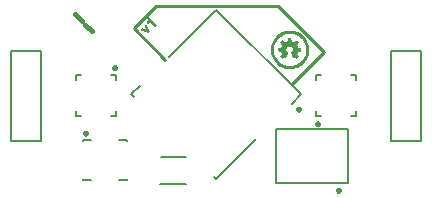
<source format=gto>
%FSTAX44Y44*%
%MOMM*%
%SFA1B1*%

%IPPOS*%
%ADD10C,0.220000*%
%ADD11C,0.250000*%
%ADD12C,0.200000*%
%ADD13C,0.253999*%
%ADD14C,0.399999*%
%LNpcb1-1*%
%LPD*%
G36*
X01171003Y00536433D02*
X0117107D01*
Y00536399*
Y00536366*
X01171104*
Y00536333*
Y00536299*
Y00536266*
Y00536233*
X01171137*
Y00536199*
Y00536166*
Y00536133*
Y00536099*
Y00536067*
Y00536033*
X0117117*
Y00535999*
Y00535966*
Y00535933*
Y00535899*
Y00535866*
X01171204*
Y00535833*
Y00535799*
Y00535766*
Y00535732*
Y00535699*
X01171237*
Y00535666*
Y00535633*
Y00535599*
Y00535566*
Y00535532*
Y00535499*
X0117127*
Y00535466*
Y00535433*
Y00535399*
Y00535366*
Y00535333*
X01171303*
Y00535299*
Y00535266*
Y00535232*
Y00535199*
Y00535166*
X01171337*
Y00535133*
Y00535099*
Y00535066*
Y00535032*
Y00534999*
Y00534966*
X0117137*
Y00534932*
Y00534899*
Y00534866*
Y00534832*
Y00534799*
X01171403*
Y00534766*
Y00534732*
Y00534699*
Y00534666*
Y00534632*
Y00534599*
X01171437*
Y00534566*
Y00534532*
Y00534499*
Y00534466*
Y00534432*
X0117147*
Y00534399*
Y00534366*
Y00534332*
Y00534299*
Y00534266*
X01171504*
Y00534232*
Y00534199*
Y00534166*
Y00534132*
Y00534099*
Y00534066*
X01171537*
Y00534032*
Y00533999*
Y00533966*
Y00533932*
Y00533899*
X0117157*
Y00533866*
Y00533832*
Y00533799*
X01171604*
Y00533766*
X01171637*
Y00533732*
X0117167*
Y00533699*
X0117177*
Y00533666*
X01171837*
Y00533632*
X01171904*
Y00533599*
X01172004*
Y00533566*
X0117207*
Y00533532*
X0117217*
Y00533499*
X01172237*
Y00533466*
X01172337*
Y00533432*
X01172404*
Y005334*
X01172504*
Y00533366*
X0117257*
Y00533332*
X01172637*
Y00533299*
X01172737*
Y00533266*
X01172804*
Y00533232*
X01172904*
Y00533199*
X0117297*
Y00533166*
X0117307*
Y00533132*
X01173137*
Y00533099*
X01173237*
Y00533065*
X01173304*
Y00533032*
X01173404*
Y00532999*
X0117347*
Y00533032*
X0117357*
Y00533065*
X01173604*
Y00533099*
X0117367*
Y00533132*
X01173704*
Y00533166*
X01173771*
Y00533199*
X01173804*
Y00533232*
X01173871*
Y00533266*
X01173904*
Y00533299*
X0117397*
Y00533332*
X01174004*
Y00533366*
X01174071*
Y005334*
X01174104*
Y00533432*
X01174137*
Y00533466*
X01174204*
Y00533499*
X01174237*
Y00533532*
X01174304*
Y00533566*
X01174337*
Y00533599*
X01174404*
Y00533632*
X01174437*
Y00533666*
X01174504*
Y00533699*
X01174537*
Y00533732*
X01174604*
Y00533766*
X01174637*
Y00533799*
X01174671*
Y00533832*
X01174737*
Y00533866*
X01174771*
Y00533899*
X01174837*
Y00533932*
X01174871*
Y00533966*
X01174937*
Y00533999*
X01174971*
Y00534032*
X01175037*
Y00534066*
X01175071*
Y00534099*
X01175137*
Y00534132*
X01175171*
Y00534166*
X01175204*
Y00534199*
X01175271*
Y00534232*
X01175304*
Y00534266*
X01175371*
Y00534299*
X01175404*
Y00534332*
X01175471*
Y00534366*
X01175504*
Y00534399*
X01175571*
Y00534432*
X01175604*
Y00534466*
X01175671*
Y00534499*
X01175771*
Y00534466*
X01175804*
Y00534432*
X01175871*
Y00534399*
X01175904*
Y00534366*
X01175937*
Y00534332*
X01175971*
Y00534299*
X01176004*
Y00534266*
X01176037*
Y00534232*
X01176071*
Y00534199*
X01176104*
Y00534166*
X01176137*
Y00534132*
X01176171*
Y00534099*
X01176204*
Y00534066*
X01176237*
Y00534032*
X01176271*
Y00533999*
X01176304*
Y00533966*
X01176338*
Y00533932*
X01176371*
Y00533899*
X01176404*
Y00533866*
X01176438*
Y00533832*
X01176471*
Y00533799*
X01176504*
Y00533766*
X01176537*
Y00533732*
X01176571*
Y00533699*
X01176604*
Y00533666*
X01176637*
Y00533632*
X01176671*
Y00533599*
X01176704*
Y00533566*
X01176738*
Y00533532*
X01176771*
Y00533499*
X01176804*
Y00533466*
X01176838*
Y00533432*
X01176871*
Y005334*
X01176904*
Y00533366*
X01176937*
Y00533332*
X01176971*
Y00533299*
X01177004*
Y00533266*
X01177037*
Y00533232*
X01177071*
Y00533199*
X01177104*
Y00533166*
X01177138*
Y00533132*
X01177171*
Y00533099*
X01177204*
Y00533065*
X01177238*
Y00533032*
X01177271*
Y00532999*
X01177304*
Y00532965*
X01177338*
Y00532932*
X01177371*
Y00532899*
X01177404*
Y00532866*
X01177438*
Y00532832*
X01177471*
Y00532799*
X01177504*
Y00532765*
X01177538*
Y00532732*
X01177571*
Y00532699*
Y00532666*
X01177604*
Y00532632*
Y00532599*
Y00532565*
Y00532532*
X01177571*
Y00532499*
Y00532466*
X01177538*
Y00532432*
X01177504*
Y00532399*
Y00532365*
X01177471*
Y00532332*
X01177438*
Y00532299*
X01177404*
Y00532265*
Y00532232*
X01177371*
Y00532199*
X01177338*
Y00532165*
Y00532132*
X01177304*
Y00532099*
X01177271*
Y00532065*
Y00532032*
X01177238*
Y00531999*
X01177204*
Y00531965*
Y00531932*
X01177171*
Y00531899*
X01177138*
Y00531865*
Y00531832*
X01177104*
Y00531799*
X01177071*
Y00531765*
X01177037*
Y00531732*
Y00531699*
X01177004*
Y00531665*
X01176971*
Y00531632*
Y00531599*
X01176937*
Y00531565*
X01176904*
Y00531532*
Y00531499*
X01176871*
Y00531465*
X01176838*
Y00531432*
Y00531399*
X01176804*
Y00531365*
X01176771*
Y00531332*
Y00531299*
X01176738*
Y00531265*
X01176704*
Y00531232*
Y00531199*
X01176671*
Y00531165*
X01176637*
Y00531132*
X01176604*
Y00531099*
Y00531065*
X01176571*
Y00531032*
X01176537*
Y00530999*
Y00530965*
X01176504*
Y00530932*
X01176471*
Y00530899*
Y00530865*
X01176438*
Y00530832*
X01176404*
Y00530799*
Y00530765*
X01176371*
Y00530733*
X01176338*
Y00530699*
Y00530665*
X01176304*
Y00530632*
X01176271*
Y00530599*
X01176237*
Y00530565*
Y00530532*
X01176204*
Y00530498*
X01176171*
Y00530465*
Y00530432*
Y00530399*
X01176137*
Y00530365*
X01176171*
Y00530332*
Y00530298*
Y00530265*
Y00530232*
X01176204*
Y00530199*
Y00530165*
X01176237*
Y00530132*
Y00530098*
Y00530065*
X01176271*
Y00530032*
Y00529999*
X01176304*
Y00529965*
Y00529932*
X01176338*
Y00529898*
Y00529865*
Y00529832*
X01176371*
Y00529798*
Y00529765*
X01176404*
Y00529732*
Y00529698*
X01176438*
Y00529665*
Y00529632*
Y00529598*
X01176471*
Y00529565*
Y00529532*
X01176504*
Y00529498*
Y00529465*
X01176537*
Y00529432*
Y00529398*
Y00529365*
X01176571*
Y00529332*
Y00529298*
X01176604*
Y00529265*
Y00529232*
X01176637*
Y00529198*
Y00529165*
Y00529132*
X01176671*
Y00529098*
Y00529065*
X01176704*
Y00529032*
Y00528998*
X01176738*
Y00528965*
Y00528932*
Y00528898*
X01176771*
Y00528865*
Y00528832*
X01176804*
Y00528798*
Y00528765*
X01176838*
Y00528732*
Y00528698*
Y00528665*
X01176871*
Y00528632*
Y00528598*
X01176904*
Y00528565*
Y00528532*
X01176937*
Y00528498*
X01176971*
Y00528465*
X01177004*
Y00528432*
X01177138*
Y00528398*
X01177304*
Y00528365*
X01177471*
Y00528332*
X01177671*
Y00528298*
X01177838*
Y00528265*
X01178004*
Y00528232*
X01178204*
Y00528198*
X01178371*
Y00528165*
X01178571*
Y00528132*
X01178738*
Y00528098*
X01178904*
Y00528066*
X01179105*
Y00528032*
X01179271*
Y00527998*
X01179438*
Y00527965*
X01179538*
Y00527932*
X01179571*
Y00527898*
Y00527865*
Y00527831*
Y00527798*
Y00527765*
Y00527732*
Y00527698*
Y00527665*
Y00527631*
Y00527598*
Y00527565*
Y00527532*
Y00527498*
Y00527465*
Y00527432*
Y00527398*
Y00527365*
Y00527331*
Y00527298*
Y00527265*
Y00527232*
Y00527198*
Y00527165*
Y00527131*
Y00527098*
Y00527065*
Y00527031*
Y00526998*
Y00526965*
Y00526931*
Y00526898*
Y00526865*
Y00526831*
Y00526798*
Y00526765*
Y00526731*
Y00526698*
Y00526665*
Y00526631*
Y00526598*
Y00526565*
Y00526531*
Y00526498*
Y00526465*
Y00526431*
Y00526398*
Y00526365*
Y00526331*
Y00526298*
Y00526265*
Y00526231*
Y00526198*
Y00526165*
Y00526131*
Y00526098*
Y00526065*
Y00526031*
Y00525998*
Y00525965*
Y00525931*
Y00525898*
Y00525865*
Y00525831*
Y00525798*
Y00525765*
Y00525731*
Y00525698*
Y00525665*
Y00525631*
Y00525598*
Y00525565*
Y00525531*
Y00525498*
Y00525465*
Y00525431*
Y00525399*
Y00525365*
Y00525331*
Y00525298*
X01179538*
Y00525265*
X01179504*
Y00525231*
X01179405*
Y00525198*
X01179238*
Y00525164*
X01179038*
Y00525131*
X01178871*
Y00525098*
X01178704*
Y00525064*
X01178504*
Y00525031*
X01178338*
Y00524998*
X01178171*
Y00524965*
X01177971*
Y00524931*
X01177804*
Y00524898*
X01177604*
Y00524864*
X01177438*
Y00524831*
X01177271*
Y00524798*
X01177104*
Y00524765*
X01177037*
Y00524731*
X01177004*
Y00524698*
X01176971*
Y00524664*
Y00524631*
X01176937*
Y00524598*
Y00524565*
Y00524531*
X01176904*
Y00524498*
Y00524464*
X01176871*
Y00524431*
Y00524398*
Y00524364*
X01176838*
Y00524331*
Y00524298*
X01176804*
Y00524264*
Y00524231*
Y00524198*
X01176771*
Y00524164*
Y00524131*
X01176738*
Y00524098*
Y00524064*
Y00524031*
X01176704*
Y00523998*
Y00523964*
X01176671*
Y00523931*
Y00523898*
Y00523864*
X01176637*
Y00523831*
Y00523798*
X01176604*
Y00523764*
Y00523731*
Y00523698*
X01176571*
Y00523664*
Y00523631*
X01176537*
Y00523598*
Y00523564*
Y00523531*
X01176504*
Y00523498*
Y00523464*
X01176471*
Y00523431*
Y00523398*
Y00523364*
X01176438*
Y00523331*
Y00523298*
X01176404*
Y00523264*
Y00523231*
Y00523198*
X01176371*
Y00523164*
Y00523131*
X01176338*
Y00523098*
Y00523064*
Y00523031*
X01176304*
Y00522998*
Y00522964*
X01176271*
Y00522931*
Y00522898*
Y00522864*
X01176237*
Y00522831*
Y00522798*
Y00522764*
Y00522732*
Y00522698*
Y00522664*
Y00522631*
X01176271*
Y00522598*
Y00522564*
X01176304*
Y00522531*
X01176338*
Y00522498*
Y00522464*
X01176371*
Y00522431*
X01176404*
Y00522397*
Y00522364*
X01176438*
Y00522331*
X01176471*
Y00522298*
X01176504*
Y00522264*
Y00522231*
X01176537*
Y00522197*
X01176571*
Y00522164*
Y00522131*
X01176604*
Y00522098*
X01176637*
Y00522064*
Y00522031*
X01176671*
Y00521997*
X01176704*
Y00521964*
Y00521931*
X01176738*
Y00521897*
X01176771*
Y00521864*
Y00521831*
X01176804*
Y00521798*
X01176838*
Y00521764*
Y00521731*
X01176871*
Y00521697*
X01176904*
Y00521664*
X01176937*
Y00521631*
Y00521597*
X01176971*
Y00521564*
X01177004*
Y00521531*
Y00521497*
X01177037*
Y00521464*
X01177071*
Y00521431*
Y00521397*
X01177104*
Y00521364*
X01177138*
Y00521331*
Y00521297*
X01177171*
Y00521264*
X01177204*
Y00521231*
Y00521197*
X01177238*
Y00521164*
X01177271*
Y00521131*
X01177304*
Y00521097*
Y00521064*
X01177338*
Y00521031*
X01177371*
Y00520997*
Y00520964*
X01177404*
Y00520931*
X01177438*
Y00520897*
Y00520864*
X01177471*
Y00520831*
X01177504*
Y00520797*
Y00520764*
X01177538*
Y00520731*
X01177571*
Y00520697*
Y00520664*
X01177604*
Y00520631*
Y00520597*
Y00520564*
Y00520531*
X01177571*
Y00520497*
X01177538*
Y00520464*
X01177504*
Y00520431*
X01177471*
Y00520397*
X01177438*
Y00520364*
X01177404*
Y00520331*
X01177371*
Y00520297*
X01177338*
Y00520264*
X01177304*
Y00520231*
X01177271*
Y00520197*
X01177238*
Y00520164*
X01177204*
Y00520131*
X01177171*
Y00520097*
X01177138*
Y00520065*
X01177104*
Y00520031*
X01177071*
Y00519997*
X01177037*
Y00519964*
X01177004*
Y00519931*
X01176971*
Y00519897*
X01176937*
Y00519864*
X01176904*
Y00519831*
X01176871*
Y00519797*
X01176838*
Y00519764*
X01176804*
Y0051973*
X01176771*
Y00519697*
X01176738*
Y00519664*
X01176704*
Y00519631*
X01176671*
Y00519597*
X01176637*
Y00519564*
X01176604*
Y00519531*
X01176571*
Y00519497*
X01176537*
Y00519464*
X01176504*
Y0051943*
X01176471*
Y00519397*
X01176438*
Y00519364*
X01176404*
Y00519331*
X01176371*
Y00519297*
X01176338*
Y00519264*
X01176304*
Y0051923*
X01176271*
Y00519197*
X01176237*
Y00519164*
X01176204*
Y00519131*
X01176171*
Y00519097*
X01176137*
Y00519064*
X01176104*
Y0051903*
X01176071*
Y00518997*
X01176037*
Y00518964*
X01176004*
Y0051893*
X01175971*
Y00518897*
X01175937*
Y00518864*
X01175904*
Y0051883*
X01175871*
Y00518797*
X01175837*
Y00518764*
X01175804*
Y0051873*
X01175737*
Y00518697*
X01175704*
Y0051873*
X01175604*
Y00518764*
X01175571*
Y00518797*
X01175537*
Y0051883*
X01175471*
Y00518864*
X01175437*
Y00518897*
X01175371*
Y0051893*
X01175337*
Y00518964*
X01175271*
Y00518997*
X01175237*
Y0051903*
X01175171*
Y00519064*
X01175137*
Y00519097*
X01175071*
Y00519131*
X01175037*
Y00519164*
X01174971*
Y00519197*
X01174937*
Y0051923*
X01174904*
Y00519264*
X01174837*
Y00519297*
X01174804*
Y00519331*
X01174737*
Y00519364*
X01174704*
Y00519397*
X01174637*
Y0051943*
X01174604*
Y00519464*
X01174537*
Y00519497*
X01174504*
Y00519531*
X01174437*
Y00519564*
X01174404*
Y00519597*
X0117437*
Y00519631*
X01174304*
Y00519664*
X0117427*
Y00519697*
X01174204*
Y0051973*
X01174171*
Y00519764*
X01174104*
Y00519797*
X01174071*
Y00519831*
X01174004*
Y00519864*
X0117397*
Y00519897*
X01173904*
Y00519931*
X01173871*
Y00519964*
X01173837*
Y00519997*
X01173771*
Y00520031*
X01173737*
Y00520065*
X01173537*
Y00520031*
X0117347*
Y00519997*
X01173404*
Y00519964*
X01173337*
Y00519931*
X0117327*
Y00519897*
X01173204*
Y00519864*
X01173137*
Y00519831*
X01173104*
Y00519797*
X01173037*
Y00519764*
X0117297*
Y0051973*
X01172904*
Y00519697*
X01172837*
Y00519664*
X0117277*
Y00519631*
X01172704*
Y00519597*
X0117257*
Y00519631*
Y00519664*
X01172537*
Y00519697*
Y0051973*
X01172504*
Y00519764*
Y00519797*
Y00519831*
X0117247*
Y00519864*
Y00519897*
X01172437*
Y00519931*
Y00519964*
X01172404*
Y00519997*
Y00520031*
Y00520065*
X0117237*
Y00520097*
Y00520131*
X01172337*
Y00520164*
Y00520197*
Y00520231*
X01172304*
Y00520264*
Y00520297*
X0117227*
Y00520331*
Y00520364*
X01172237*
Y00520397*
Y00520431*
Y00520464*
X01172204*
Y00520497*
Y00520531*
X0117217*
Y00520564*
Y00520597*
Y00520631*
X01172137*
Y00520664*
Y00520697*
X01172104*
Y00520731*
Y00520764*
Y00520797*
X0117207*
Y00520831*
Y00520864*
X01172037*
Y00520897*
Y00520931*
X01172004*
Y00520964*
Y00520997*
Y00521031*
X0117197*
Y00521064*
Y00521097*
X01171937*
Y00521131*
Y00521164*
Y00521197*
X01171904*
Y00521231*
Y00521264*
X0117187*
Y00521297*
Y00521331*
X01171837*
Y00521364*
Y00521397*
Y00521431*
X01171804*
Y00521464*
Y00521497*
X0117177*
Y00521531*
Y00521564*
Y00521597*
X01171737*
Y00521631*
Y00521664*
X01171703*
Y00521697*
Y00521731*
Y00521764*
X0117167*
Y00521798*
Y00521831*
X01171637*
Y00521864*
Y00521897*
X01171604*
Y00521931*
Y00521964*
Y00521997*
X0117157*
Y00522031*
Y00522064*
X01171537*
Y00522098*
Y00522131*
Y00522164*
X01171504*
Y00522197*
Y00522231*
X0117147*
Y00522264*
Y00522298*
X01171437*
Y00522331*
Y00522364*
Y00522397*
X01171403*
Y00522431*
Y00522464*
X0117137*
Y00522498*
Y00522531*
Y00522564*
X01171337*
Y00522598*
Y00522631*
X01171303*
Y00522664*
Y00522698*
Y00522732*
X0117127*
Y00522764*
Y00522798*
X01171237*
Y00522831*
Y00522864*
X01171204*
Y00522898*
Y00522931*
Y00522964*
X0117117*
Y00522998*
Y00523031*
X01171137*
Y00523064*
Y00523098*
Y00523131*
X01171104*
Y00523164*
Y00523198*
X0117107*
Y00523231*
Y00523264*
X01171037*
Y00523298*
Y00523331*
Y00523364*
X01171003*
Y00523398*
Y00523431*
X0117097*
Y00523464*
Y00523498*
Y00523531*
X01170937*
Y00523564*
Y00523598*
X01170903*
Y00523631*
Y00523664*
X0117087*
Y00523698*
Y00523731*
Y00523764*
X01170837*
Y00523798*
Y00523831*
X01170803*
Y00523864*
Y00523898*
Y00523931*
Y00523964*
Y00523998*
X01170837*
Y00524031*
X0117087*
Y00524064*
X01170937*
Y00524098*
X01171003*
Y00524131*
X01171037*
Y00524164*
X01171104*
Y00524198*
X01171137*
Y00524231*
X0117117*
Y00524264*
X01171237*
Y00524298*
X0117127*
Y00524331*
X01171303*
Y00524364*
X0117137*
Y00524398*
X01171403*
Y00524431*
X0117147*
Y00524464*
X01171504*
Y00524498*
X01171537*
Y00524531*
X0117157*
Y00524565*
X01171604*
Y00524598*
X01171637*
Y00524631*
X0117167*
Y00524664*
X01171703*
Y00524698*
X01171737*
Y00524731*
X0117177*
Y00524765*
X01171804*
Y00524798*
X01171837*
Y00524831*
Y00524864*
X0117187*
Y00524898*
X01171904*
Y00524931*
X01171937*
Y00524965*
X0117197*
Y00524998*
Y00525031*
X01172004*
Y00525064*
X01172037*
Y00525098*
Y00525131*
X0117207*
Y00525164*
Y00525198*
X01172104*
Y00525231*
X01172137*
Y00525265*
Y00525298*
X0117217*
Y00525331*
Y00525365*
X01172204*
Y00525399*
Y00525431*
X01172237*
Y00525465*
Y00525498*
X0117227*
Y00525531*
Y00525565*
Y00525598*
X01172304*
Y00525631*
Y00525665*
Y00525698*
X01172337*
Y00525731*
Y00525765*
Y00525798*
X0117237*
Y00525831*
Y00525865*
Y00525898*
X01172404*
Y00525931*
Y00525965*
Y00525998*
Y00526031*
Y00526065*
X01172437*
Y00526098*
Y00526131*
Y00526165*
Y00526198*
Y00526231*
X0117247*
Y00526265*
Y00526298*
Y00526331*
Y00526365*
Y00526398*
Y00526431*
Y00526465*
Y00526498*
Y00526531*
Y00526565*
Y00526598*
Y00526631*
Y00526665*
Y00526698*
Y00526731*
Y00526765*
Y00526798*
Y00526831*
Y00526865*
Y00526898*
Y00526931*
X01172437*
Y00526965*
Y00526998*
Y00527031*
Y00527065*
Y00527098*
Y00527131*
X01172404*
Y00527165*
Y00527198*
Y00527232*
Y00527265*
X0117237*
Y00527298*
Y00527331*
Y00527365*
Y00527398*
X01172337*
Y00527432*
Y00527465*
Y00527498*
X01172304*
Y00527532*
Y00527565*
Y00527598*
X0117227*
Y00527631*
Y00527665*
X01172237*
Y00527698*
Y00527732*
X01172204*
Y00527765*
Y00527798*
X0117217*
Y00527831*
Y00527865*
X01172137*
Y00527898*
Y00527932*
X01172104*
Y00527965*
Y00527998*
X0117207*
Y00528032*
Y00528066*
X01172037*
Y00528098*
X01172004*
Y00528132*
Y00528165*
X0117197*
Y00528198*
X01171937*
Y00528232*
X01171904*
Y00528265*
Y00528298*
X0117187*
Y00528332*
X01171837*
Y00528365*
X01171804*
Y00528398*
X0117177*
Y00528432*
X01171737*
Y00528465*
X01171703*
Y00528498*
Y00528532*
X0117167*
Y00528565*
X01171604*
Y00528598*
X0117157*
Y00528632*
X01171537*
Y00528665*
X01171504*
Y00528698*
X0117147*
Y00528732*
X01171437*
Y00528765*
X0117137*
Y00528798*
X01171337*
Y00528832*
X01171303*
Y00528865*
X01171237*
Y00528898*
X01171204*
Y00528932*
X01171137*
Y00528965*
X0117107*
Y00528998*
X01171037*
Y00529032*
X0117097*
Y00529065*
X01170903*
Y00529098*
X01170803*
Y00529132*
X01170737*
Y00529165*
X01170637*
Y00529198*
X0117057*
Y00529232*
X01170437*
Y00529265*
X01170303*
Y00529298*
X01170103*
Y00529332*
X01169337*
Y00529298*
X01169137*
Y00529265*
X01169003*
Y00529232*
X0116887*
Y00529198*
X01168803*
Y00529165*
X01168703*
Y00529132*
X01168636*
Y00529098*
X01168537*
Y00529065*
X0116847*
Y00529032*
X01168403*
Y00528998*
X0116837*
Y00528965*
X01168303*
Y00528932*
X01168236*
Y00528898*
X01168203*
Y00528865*
X01168136*
Y00528832*
X01168103*
Y00528798*
X0116807*
Y00528765*
X01168003*
Y00528732*
X0116797*
Y00528698*
X01167936*
Y00528665*
X01167903*
Y00528632*
X0116787*
Y00528598*
X01167836*
Y00528565*
X0116777*
Y00528532*
X01167736*
Y00528498*
Y00528465*
X01167703*
Y00528432*
X0116767*
Y00528398*
X01167636*
Y00528365*
X01167603*
Y00528332*
X0116757*
Y00528298*
X01167536*
Y00528265*
Y00528232*
X01167503*
Y00528198*
X0116747*
Y00528165*
X01167436*
Y00528132*
Y00528098*
X01167403*
Y00528066*
X0116737*
Y00528032*
Y00527998*
X01167336*
Y00527965*
Y00527932*
X01167303*
Y00527898*
Y00527865*
X0116727*
Y00527831*
Y00527798*
X01167236*
Y00527765*
Y00527732*
X01167203*
Y00527698*
Y00527665*
X0116717*
Y00527631*
Y00527598*
X01167136*
Y00527565*
Y00527532*
Y00527498*
X01167103*
Y00527465*
Y00527432*
Y00527398*
X0116707*
Y00527365*
Y00527331*
Y00527298*
Y00527265*
X01167036*
Y00527232*
Y00527198*
Y00527165*
Y00527131*
X01167003*
Y00527098*
Y00527065*
Y00527031*
Y00526998*
Y00526965*
Y00526931*
X0116697*
Y00526898*
Y00526865*
Y00526831*
Y00526798*
Y00526765*
Y00526731*
Y00526698*
Y00526665*
Y00526631*
Y00526598*
Y00526565*
Y00526531*
Y00526498*
Y00526465*
Y00526431*
Y00526398*
Y00526365*
Y00526331*
Y00526298*
Y00526265*
Y00526231*
X01167003*
Y00526198*
Y00526165*
Y00526131*
Y00526098*
Y00526065*
X01167036*
Y00526031*
Y00525998*
Y00525965*
Y00525931*
Y00525898*
X0116707*
Y00525865*
Y00525831*
Y00525798*
X01167103*
Y00525765*
Y00525731*
Y00525698*
X01167136*
Y00525665*
Y00525631*
Y00525598*
X0116717*
Y00525565*
Y00525531*
Y00525498*
X01167203*
Y00525465*
Y00525431*
X01167236*
Y00525399*
Y00525365*
X0116727*
Y00525331*
Y00525298*
X01167303*
Y00525265*
Y00525231*
X01167336*
Y00525198*
X0116737*
Y00525164*
Y00525131*
X01167403*
Y00525098*
Y00525064*
X01167436*
Y00525031*
X0116747*
Y00524998*
Y00524965*
X01167503*
Y00524931*
X01167536*
Y00524898*
X0116757*
Y00524864*
X01167603*
Y00524831*
Y00524798*
X01167636*
Y00524765*
X0116767*
Y00524731*
X01167703*
Y00524698*
X01167736*
Y00524664*
X0116777*
Y00524631*
X01167803*
Y00524598*
X01167836*
Y00524565*
X0116787*
Y00524531*
X01167903*
Y00524498*
X01167936*
Y00524464*
X0116797*
Y00524431*
X01168036*
Y00524398*
X0116807*
Y00524364*
X01168136*
Y00524331*
X0116817*
Y00524298*
X01168203*
Y00524264*
X0116827*
Y00524231*
X01168303*
Y00524198*
X01168336*
Y00524164*
X01168403*
Y00524131*
X01168437*
Y00524098*
X01168503*
Y00524064*
X0116857*
Y00524031*
X01168603*
Y00523998*
X01168636*
Y00523964*
Y00523931*
Y00523898*
Y00523864*
Y00523831*
X01168603*
Y00523798*
Y00523764*
X0116857*
Y00523731*
Y00523698*
Y00523664*
X01168537*
Y00523631*
Y00523598*
X01168503*
Y00523564*
Y00523531*
X0116847*
Y00523498*
Y00523464*
Y00523431*
X01168437*
Y00523398*
Y00523364*
X01168403*
Y00523331*
Y00523298*
Y00523264*
X0116837*
Y00523231*
Y00523198*
X01168336*
Y00523164*
Y00523131*
X01168303*
Y00523098*
Y00523064*
Y00523031*
X0116827*
Y00522998*
Y00522964*
X01168236*
Y00522931*
Y00522898*
Y00522864*
X01168203*
Y00522831*
Y00522798*
X0116817*
Y00522764*
Y00522732*
X01168136*
Y00522698*
Y00522664*
Y00522631*
X01168103*
Y00522598*
Y00522564*
X0116807*
Y00522531*
Y00522498*
Y00522464*
X01168036*
Y00522431*
Y00522397*
X01168003*
Y00522364*
Y00522331*
Y00522298*
X0116797*
Y00522264*
Y00522231*
X01167936*
Y00522197*
Y00522164*
X01167903*
Y00522131*
Y00522098*
Y00522064*
X0116787*
Y00522031*
Y00521997*
X01167836*
Y00521964*
Y00521931*
Y00521897*
X01167803*
Y00521864*
Y00521831*
X0116777*
Y00521798*
Y00521764*
X01167736*
Y00521731*
Y00521697*
Y00521664*
X01167703*
Y00521631*
Y00521597*
X0116767*
Y00521564*
Y00521531*
Y00521497*
X01167636*
Y00521464*
Y00521431*
X01167603*
Y00521397*
Y00521364*
Y00521331*
X0116757*
Y00521297*
Y00521264*
X01167536*
Y00521231*
Y00521197*
X01167503*
Y00521164*
Y00521131*
Y00521097*
X0116747*
Y00521064*
Y00521031*
X01167436*
Y00520997*
Y00520964*
Y00520931*
X01167403*
Y00520897*
Y00520864*
X0116737*
Y00520831*
Y00520797*
X01167336*
Y00520764*
Y00520731*
Y00520697*
X01167303*
Y00520664*
Y00520631*
X0116727*
Y00520597*
Y00520564*
Y00520531*
X01167236*
Y00520497*
Y00520464*
X01167203*
Y00520431*
Y00520397*
Y00520364*
X0116717*
Y00520331*
Y00520297*
X01167136*
Y00520264*
Y00520231*
X01167103*
Y00520197*
Y00520164*
Y00520131*
X0116707*
Y00520097*
Y00520065*
X01167036*
Y00520031*
Y00519997*
Y00519964*
X01167003*
Y00519931*
Y00519897*
X0116697*
Y00519864*
Y00519831*
X01166936*
Y00519797*
Y00519764*
Y0051973*
X01166903*
Y00519697*
Y00519664*
X0116687*
Y00519631*
Y00519597*
X01166736*
Y00519631*
X0116667*
Y00519664*
X01166603*
Y00519697*
X01166536*
Y0051973*
X0116647*
Y00519764*
X01166403*
Y00519797*
X01166336*
Y00519831*
X01166303*
Y00519864*
X01166236*
Y00519897*
X0116617*
Y00519931*
X01166103*
Y00519964*
X01166036*
Y00519997*
X0116597*
Y00520031*
X01165903*
Y00520065*
X01165703*
Y00520031*
X01165669*
Y00519997*
X01165603*
Y00519964*
X01165569*
Y00519931*
X01165536*
Y00519897*
X01165469*
Y00519864*
X01165436*
Y00519831*
X01165369*
Y00519797*
X01165336*
Y00519764*
X01165269*
Y0051973*
X01165236*
Y00519697*
X01165169*
Y00519664*
X01165136*
Y00519631*
X01165069*
Y00519597*
X01165036*
Y00519564*
X01165003*
Y00519531*
X01164936*
Y00519497*
X01164903*
Y00519464*
X01164836*
Y0051943*
X01164803*
Y00519397*
X01164736*
Y00519364*
X01164703*
Y00519331*
X01164636*
Y00519297*
X01164603*
Y00519264*
X01164536*
Y0051923*
X01164503*
Y00519197*
X01164469*
Y00519164*
X01164403*
Y00519131*
X01164369*
Y00519097*
X01164303*
Y00519064*
X01164269*
Y0051903*
X01164203*
Y00518997*
X01164169*
Y00518964*
X01164103*
Y0051893*
X01164069*
Y00518897*
X01164003*
Y00518864*
X01163969*
Y0051883*
X01163903*
Y00518797*
X01163869*
Y00518764*
X01163836*
Y0051873*
X01163736*
Y00518697*
X01163703*
Y0051873*
X01163636*
Y00518764*
X01163603*
Y00518797*
X01163569*
Y0051883*
X01163536*
Y00518864*
X01163502*
Y00518897*
X01163469*
Y0051893*
X01163436*
Y00518964*
X01163402*
Y00518997*
X01163369*
Y0051903*
X01163336*
Y00519064*
X01163303*
Y00519097*
X01163269*
Y00519131*
X01163236*
Y00519164*
X01163203*
Y00519197*
X01163169*
Y0051923*
X01163136*
Y00519264*
X01163102*
Y00519297*
X01163069*
Y00519331*
X01163036*
Y00519364*
X01163002*
Y00519397*
X01162969*
Y0051943*
X01162936*
Y00519464*
X01162902*
Y00519497*
X01162869*
Y00519531*
X01162836*
Y00519564*
X01162802*
Y00519597*
X01162769*
Y00519631*
X01162736*
Y00519664*
X01162702*
Y00519697*
X01162669*
Y0051973*
X01162636*
Y00519764*
X01162602*
Y00519797*
X01162569*
Y00519831*
X01162536*
Y00519864*
X01162502*
Y00519897*
X01162469*
Y00519931*
X01162436*
Y00519964*
X01162402*
Y00519997*
X01162369*
Y00520031*
X01162336*
Y00520065*
X01162302*
Y00520097*
X01162269*
Y00520131*
X01162236*
Y00520164*
X01162202*
Y00520197*
X01162169*
Y00520231*
X01162136*
Y00520264*
X01162102*
Y00520297*
X01162069*
Y00520331*
X01162036*
Y00520364*
X01162002*
Y00520397*
X01161969*
Y00520431*
X01161936*
Y00520464*
X01161902*
Y00520497*
X01161869*
Y00520531*
X01161836*
Y00520564*
Y00520597*
Y00520631*
Y00520664*
X01161869*
Y00520697*
Y00520731*
X01161902*
Y00520764*
X01161936*
Y00520797*
Y00520831*
X01161969*
Y00520864*
X01162002*
Y00520897*
Y00520931*
X01162036*
Y00520964*
X01162069*
Y00520997*
Y00521031*
X01162102*
Y00521064*
X01162136*
Y00521097*
Y00521131*
X01162169*
Y00521164*
X01162202*
Y00521197*
X01162236*
Y00521231*
Y00521264*
X01162269*
Y00521297*
X01162302*
Y00521331*
Y00521364*
X01162336*
Y00521397*
X01162369*
Y00521431*
Y00521464*
X01162402*
Y00521497*
X01162436*
Y00521531*
Y00521564*
X01162469*
Y00521597*
X01162502*
Y00521631*
Y00521664*
X01162536*
Y00521697*
X01162569*
Y00521731*
X01162602*
Y00521764*
Y00521798*
X01162636*
Y00521831*
X01162669*
Y00521864*
Y00521897*
X01162702*
Y00521931*
X01162736*
Y00521964*
Y00521997*
X01162769*
Y00522031*
X01162802*
Y00522064*
Y00522098*
X01162836*
Y00522131*
X01162869*
Y00522164*
Y00522197*
X01162902*
Y00522231*
X01162936*
Y00522264*
Y00522298*
X01162969*
Y00522331*
X01163002*
Y00522364*
X01163036*
Y00522397*
Y00522431*
X01163069*
Y00522464*
X01163102*
Y00522498*
Y00522531*
X01163136*
Y00522564*
X01163169*
Y00522598*
Y00522631*
X01163203*
Y00522664*
Y00522698*
Y00522732*
Y00522764*
Y00522798*
Y00522831*
Y00522864*
X01163169*
Y00522898*
Y00522931*
Y00522964*
X01163136*
Y00522998*
Y00523031*
X01163102*
Y00523064*
Y00523098*
Y00523131*
X01163069*
Y00523164*
Y00523198*
X01163036*
Y00523231*
Y00523264*
Y00523298*
X01163002*
Y00523331*
Y00523364*
X01162969*
Y00523398*
Y00523431*
Y00523464*
X01162936*
Y00523498*
Y00523531*
X01162902*
Y00523564*
Y00523598*
Y00523631*
X01162869*
Y00523664*
Y00523698*
X01162836*
Y00523731*
Y00523764*
Y00523798*
X01162802*
Y00523831*
Y00523864*
X01162769*
Y00523898*
Y00523931*
Y00523964*
X01162736*
Y00523998*
Y00524031*
X01162702*
Y00524064*
Y00524098*
Y00524131*
X01162669*
Y00524164*
Y00524198*
X01162636*
Y00524231*
Y00524264*
Y00524298*
X01162602*
Y00524331*
Y00524364*
X01162569*
Y00524398*
Y00524431*
Y00524464*
X01162536*
Y00524498*
Y00524531*
X01162502*
Y00524565*
Y00524598*
Y00524631*
X01162469*
Y00524664*
Y00524698*
X01162436*
Y00524731*
X01162402*
Y00524765*
X01162336*
Y00524798*
X01162169*
Y00524831*
X01162002*
Y00524864*
X01161836*
Y00524898*
X01161636*
Y00524931*
X01161469*
Y00524965*
X01161269*
Y00524998*
X01161102*
Y00525031*
X01160936*
Y00525064*
X01160735*
Y00525098*
X01160569*
Y00525131*
X01160402*
Y00525164*
X01160202*
Y00525198*
X01160035*
Y00525231*
X01159935*
Y00525265*
X01159902*
Y00525298*
X01159869*
Y00525331*
Y00525365*
Y00525399*
Y00525431*
Y00525465*
Y00525498*
Y00525531*
Y00525565*
Y00525598*
Y00525631*
Y00525665*
Y00525698*
Y00525731*
Y00525765*
Y00525798*
Y00525831*
Y00525865*
Y00525898*
Y00525931*
Y00525965*
Y00525998*
Y00526031*
Y00526065*
Y00526098*
Y00526131*
Y00526165*
Y00526198*
Y00526231*
Y00526265*
Y00526298*
Y00526331*
Y00526365*
Y00526398*
Y00526431*
Y00526465*
Y00526498*
Y00526531*
Y00526565*
Y00526598*
Y00526631*
Y00526665*
Y00526698*
Y00526731*
Y00526765*
Y00526798*
Y00526831*
Y00526865*
Y00526898*
Y00526931*
Y00526965*
Y00526998*
Y00527031*
Y00527065*
Y00527098*
Y00527131*
Y00527165*
Y00527198*
Y00527232*
Y00527265*
Y00527298*
Y00527331*
Y00527365*
Y00527398*
Y00527432*
Y00527465*
Y00527498*
Y00527532*
Y00527565*
Y00527598*
Y00527631*
Y00527665*
Y00527698*
Y00527732*
Y00527765*
Y00527798*
Y00527831*
Y00527865*
Y00527898*
Y00527932*
X01159902*
Y00527965*
X01160002*
Y00527998*
X01160169*
Y00528032*
X01160336*
Y00528066*
X01160535*
Y00528098*
X01160702*
Y00528132*
X01160869*
Y00528165*
X01161069*
Y00528198*
X01161236*
Y00528232*
X01161436*
Y00528265*
X01161602*
Y00528298*
X01161769*
Y00528332*
X01161969*
Y00528365*
X01162136*
Y00528398*
X01162302*
Y00528432*
X01162436*
Y00528465*
X01162469*
Y00528498*
X01162502*
Y00528532*
X01162536*
Y00528565*
Y00528598*
X01162569*
Y00528632*
Y00528665*
X01162602*
Y00528698*
Y00528732*
Y00528765*
X01162636*
Y00528798*
Y00528832*
X01162669*
Y00528865*
Y00528898*
X01162702*
Y00528932*
Y00528965*
Y00528998*
X01162736*
Y00529032*
Y00529065*
X01162769*
Y00529098*
Y00529132*
X01162802*
Y00529165*
Y00529198*
Y00529232*
X01162836*
Y00529265*
Y00529298*
X01162869*
Y00529332*
Y00529365*
X01162902*
Y00529398*
Y00529432*
Y00529465*
X01162936*
Y00529498*
Y00529532*
X01162969*
Y00529565*
Y00529598*
X01163002*
Y00529632*
Y00529665*
Y00529698*
X01163036*
Y00529732*
Y00529765*
X01163069*
Y00529798*
Y00529832*
X01163102*
Y00529865*
Y00529898*
Y00529932*
X01163136*
Y00529965*
Y00529999*
X01163169*
Y00530032*
Y00530065*
X01163203*
Y00530098*
Y00530132*
Y00530165*
X01163236*
Y00530199*
Y00530232*
X01163269*
Y00530265*
Y00530298*
Y00530332*
Y00530365*
X01163303*
Y00530399*
X01163269*
Y00530432*
Y00530465*
Y00530498*
X01163236*
Y00530532*
X01163203*
Y00530565*
Y00530599*
X01163169*
Y00530632*
X01163136*
Y00530665*
X01163102*
Y00530699*
Y00530733*
X01163069*
Y00530765*
X01163036*
Y00530799*
Y00530832*
X01163002*
Y00530865*
X01162969*
Y00530899*
Y00530932*
X01162936*
Y00530965*
X01162902*
Y00530999*
Y00531032*
X01162869*
Y00531065*
X01162836*
Y00531099*
Y00531132*
X01162802*
Y00531165*
X01162769*
Y00531199*
X01162736*
Y00531232*
Y00531265*
X01162702*
Y00531299*
X01162669*
Y00531332*
Y00531365*
X01162636*
Y00531399*
X01162602*
Y00531432*
Y00531465*
X01162569*
Y00531499*
X01162536*
Y00531532*
Y00531565*
X01162502*
Y00531599*
X01162469*
Y00531632*
Y00531665*
X01162436*
Y00531699*
X01162402*
Y00531732*
Y00531765*
X01162369*
Y00531799*
X01162336*
Y00531832*
X01162302*
Y00531865*
Y00531899*
X01162269*
Y00531932*
X01162236*
Y00531965*
Y00531999*
X01162202*
Y00532032*
X01162169*
Y00532065*
Y00532099*
X01162136*
Y00532132*
X01162102*
Y00532165*
Y00532199*
X01162069*
Y00532232*
X01162036*
Y00532265*
Y00532299*
X01162002*
Y00532332*
X01161969*
Y00532365*
X01161936*
Y00532399*
Y00532432*
X01161902*
Y00532466*
X01161869*
Y00532499*
Y00532532*
X01161836*
Y00532565*
Y00532599*
Y00532632*
Y00532666*
X01161869*
Y00532699*
X01161902*
Y00532732*
X01161936*
Y00532765*
X01161969*
Y00532799*
X01162002*
Y00532832*
X01162036*
Y00532866*
X01162069*
Y00532899*
X01162102*
Y00532932*
X01162136*
Y00532965*
X01162169*
Y00532999*
X01162202*
Y00533032*
X01162236*
Y00533065*
X01162269*
Y00533099*
X01162302*
Y00533132*
X01162336*
Y00533166*
X01162369*
Y00533199*
X01162402*
Y00533232*
X01162436*
Y00533266*
X01162469*
Y00533299*
X01162502*
Y00533332*
X01162536*
Y00533366*
X01162569*
Y005334*
X01162602*
Y00533432*
X01162636*
Y00533466*
X01162669*
Y00533499*
X01162702*
Y00533532*
X01162736*
Y00533566*
X01162769*
Y00533599*
X01162802*
Y00533632*
X01162836*
Y00533666*
X01162869*
Y00533699*
X01162902*
Y00533732*
X01162936*
Y00533766*
X01162969*
Y00533799*
X01163002*
Y00533832*
X01163036*
Y00533866*
X01163069*
Y00533899*
X01163102*
Y00533932*
X01163136*
Y00533966*
X01163169*
Y00533999*
X01163203*
Y00534032*
X01163236*
Y00534066*
X01163269*
Y00534099*
X01163303*
Y00534132*
X01163336*
Y00534166*
X01163369*
Y00534199*
X01163402*
Y00534232*
X01163436*
Y00534266*
X01163469*
Y00534299*
X01163502*
Y00534332*
X01163536*
Y00534366*
X01163569*
Y00534399*
X01163603*
Y00534432*
X01163636*
Y00534466*
X01163669*
Y00534499*
X01163769*
Y00534466*
X01163836*
Y00534432*
X01163869*
Y00534399*
X01163936*
Y00534366*
X01163969*
Y00534332*
X01164036*
Y00534299*
X01164069*
Y00534266*
X01164136*
Y00534232*
X01164169*
Y00534199*
X01164236*
Y00534166*
X01164269*
Y00534132*
X01164303*
Y00534099*
X01164369*
Y00534066*
X01164403*
Y00534032*
X01164469*
Y00533999*
X01164503*
Y00533966*
X01164569*
Y00533932*
X01164603*
Y00533899*
X01164669*
Y00533866*
X01164703*
Y00533832*
X01164769*
Y00533799*
X01164803*
Y00533766*
X01164836*
Y00533732*
X01164903*
Y00533699*
X01164936*
Y00533666*
X01165003*
Y00533632*
X01165036*
Y00533599*
X01165103*
Y00533566*
X01165136*
Y00533532*
X01165203*
Y00533499*
X01165236*
Y00533466*
X01165303*
Y00533432*
X01165336*
Y005334*
X01165403*
Y00533366*
X01165436*
Y00533332*
X01165469*
Y00533299*
X01165536*
Y00533266*
X01165569*
Y00533232*
X01165636*
Y00533199*
X01165669*
Y00533166*
X01165736*
Y00533132*
X01165769*
Y00533099*
X01165836*
Y00533065*
X0116587*
Y00533032*
X0116597*
Y00532999*
X01166036*
Y00533032*
X01166136*
Y00533065*
X01166203*
Y00533099*
X01166303*
Y00533132*
X01166369*
Y00533166*
X0116647*
Y00533199*
X01166536*
Y00533232*
X01166636*
Y00533266*
X01166703*
Y00533299*
X01166803*
Y00533332*
X0116687*
Y00533366*
X01166936*
Y005334*
X01167036*
Y00533432*
X01167103*
Y00533466*
X01167203*
Y00533499*
X0116727*
Y00533532*
X0116737*
Y00533566*
X01167436*
Y00533599*
X01167536*
Y00533632*
X01167603*
Y00533666*
X0116767*
Y00533699*
X0116777*
Y00533732*
X01167803*
Y00533766*
X01167836*
Y00533799*
X0116787*
Y00533832*
Y00533866*
Y00533899*
X01167903*
Y00533932*
Y00533966*
Y00533999*
Y00534032*
Y00534066*
X01167936*
Y00534099*
Y00534132*
Y00534166*
Y00534199*
Y00534232*
Y00534266*
X0116797*
Y00534299*
Y00534332*
Y00534366*
Y00534399*
Y00534432*
X01168003*
Y00534466*
Y00534499*
Y00534532*
Y00534566*
Y00534599*
X01168036*
Y00534632*
Y00534666*
Y00534699*
Y00534732*
Y00534766*
Y00534799*
X0116807*
Y00534832*
Y00534866*
Y00534899*
Y00534932*
Y00534966*
X01168103*
Y00534999*
Y00535032*
Y00535066*
Y00535099*
Y00535133*
X01168136*
Y00535166*
Y00535199*
Y00535232*
Y00535266*
Y00535299*
Y00535333*
X0116817*
Y00535366*
Y00535399*
Y00535433*
Y00535466*
Y00535499*
X01168203*
Y00535532*
Y00535566*
Y00535599*
Y00535633*
Y00535666*
Y00535699*
X01168236*
Y00535732*
Y00535766*
Y00535799*
Y00535833*
Y00535866*
X0116827*
Y00535899*
Y00535933*
Y00535966*
Y00535999*
Y00536033*
X01168303*
Y00536067*
Y00536099*
Y00536133*
Y00536166*
Y00536199*
Y00536233*
X01168336*
Y00536266*
Y00536299*
Y00536333*
Y00536366*
X0116837*
Y00536399*
Y00536433*
X01168437*
Y00536466*
X01171003*
Y00536433*
G37*
G36*
X01057058Y0054751D02*
X01055755Y00546207D01*
X01050851Y0055111*
Y0055109*
Y00551048*
X01050841Y00550976*
Y00550872*
X0105082Y00550748*
X01050799Y00550604*
X01050778Y00550438*
X01050737Y00550252*
X01050706Y00550055*
X01050654Y00549838*
X0105053Y00549403*
X01050365Y00548928*
X01050147Y00548441*
X01048968Y00549621*
X01048978Y00549631*
Y00549652*
X01048999Y00549693*
X0104903Y00549745*
X01049092Y0054989*
X01049154Y00550097*
X01049237Y00550345*
X0104931Y00550645*
X01049392Y00550976*
X01049444Y00551359*
Y00551379*
X01049454Y0055141*
Y00551473*
Y00551535*
X01049465Y00551731*
Y00552*
X01049444Y0055229*
X01049392Y00552611*
X0104931Y00552942*
X01049175Y00553262*
X01050241Y00554328*
X01057058Y0054751*
G37*
G36*
X01051244Y00541696D02*
X01050075Y00540527D01*
X01043164Y00543465*
X0104453Y00544831*
X01047975Y00543248*
X01049092Y00542669*
X01049082Y00542679*
X01049061Y00542741*
X0104902Y00542803*
X01048968Y00542896*
X01048885Y00543082*
X01048844Y00543165*
X01048803Y00543227*
X01048792Y00543238*
X01048782Y00543269*
X01048751Y0054332*
X01048709Y00543403*
X01048616Y00543579*
X01048513Y00543786*
X0104694Y00547241*
X01048275Y00548576*
X01051244Y00541696*
G37*
G54D10*
X01169589Y00541897D02*
D01*
X01168544Y00541851*
X01167503Y00541731*
X01166474Y00541539*
X01165461Y00541276*
X01164468Y00540943*
X01163501Y00540541*
X01162565Y00540073*
X01161663Y00539541*
X01160801Y00538947*
X01159982Y00538294*
X01159211Y00537586*
X01158491Y00536826*
X01157826Y00536018*
X01157219Y00535165*
X01156673Y00534271*
X0115619Y00533342*
X01155774Y00532382*
X01155425Y00531394*
X01155147Y00530385*
X01154939Y00529359*
X01154803Y00528321*
X0115474Y00527276*
X01154751Y00526229*
X01154834Y00525185*
X0115499Y0052415*
X01155217Y00523128*
X01155516Y00522125*
X01155883Y00521144*
X01156318Y00520192*
X01156819Y00519273*
X01157382Y0051839*
X01158006Y00517549*
X01158687Y00516754*
X01159421Y00516008*
X01160206Y00515315*
X01161037Y00514678*
X01161911Y00514101*
X01162823Y00513586*
X01163768Y00513137*
X01164743Y00512754*
X01165741Y0051244*
X0116676Y00512197*
X01167792Y00512025*
X01168835Y00511926*
X01169881Y00511899*
X01170927Y00511946*
X01171967Y00512066*
X01172997Y00512258*
X0117401Y00512521*
X01175002Y00512854*
X01175969Y00513256*
X01176906Y00513724*
X01177807Y00514256*
X0117867Y0051485*
X01179488Y00515502*
X0118026Y0051621*
X0118098Y00516971*
X01181645Y00517779*
X01182252Y00518632*
X01182798Y00519525*
X0118328Y00520454*
X01183697Y00521415*
X01184045Y00522402*
X01184324Y00523411*
X01184532Y00524438*
X01184667Y00525476*
X0118473Y00526521*
X0118472Y00527568*
X01184637Y00528611*
X01184481Y00529647*
X01184253Y00530669*
X01183955Y00531672*
X01183587Y00532652*
X01183152Y00533605*
X01182652Y00534524*
X01182089Y00535407*
X01181465Y00536248*
X01180784Y00537043*
X01180049Y00537789*
X01179265Y00538482*
X01178434Y00539119*
X0117756Y00539696*
X01176648Y0054021*
X01175703Y0054066*
X01174728Y00541043*
X01173729Y00541357*
X01172711Y005416*
X01171678Y00541772*
X01170636Y00541871*
X01169735Y00541898*
G54D11*
X01178539Y0047625D02*
D01*
X01178536Y00476337*
X01178527Y00476423*
X01178512Y00476509*
X01178491Y00476594*
X01178464Y00476677*
X01178431Y00476758*
X01178393Y00476836*
X01178349Y00476912*
X01178301Y00476984*
X01178247Y00477053*
X01178189Y00477118*
X01178126Y00477178*
X01178059Y00477235*
X01177988Y00477286*
X01177914Y00477332*
X01177837Y00477373*
X01177758Y00477408*
X01177676Y00477438*
X01177592Y00477462*
X01177506Y0047748*
X0117742Y00477493*
X01177333Y00477499*
X01177246*
X01177159Y00477493*
X01177072Y0047748*
X01176987Y00477462*
X01176903Y00477438*
X01176821Y00477408*
X01176741Y00477373*
X01176664Y00477332*
X0117659Y00477286*
X0117652Y00477235*
X01176453Y00477178*
X0117639Y00477118*
X01176332Y00477053*
X01176278Y00476984*
X01176229Y00476912*
X01176186Y00476836*
X01176148Y00476758*
X01176115Y00476677*
X01176088Y00476594*
X01176067Y00476509*
X01176052Y00476423*
X01176042Y00476337*
X01176039Y0047625*
X01176042Y00476162*
X01176052Y00476076*
X01176067Y00475989*
X01176088Y00475905*
X01176115Y00475822*
X01176148Y00475741*
X01176186Y00475663*
X01176229Y00475587*
X01176278Y00475515*
X01176332Y00475446*
X0117639Y00475381*
X01176453Y0047532*
X0117652Y00475264*
X0117659Y00475213*
X01176664Y00475167*
X01176741Y00475126*
X01176821Y0047509*
X01176903Y00475061*
X01176987Y00475036*
X01177072Y00475018*
X01177159Y00475006*
X01177246Y00475*
X01177333*
X0117742Y00475006*
X01177506Y00475018*
X01177592Y00475036*
X01177676Y00475061*
X01177758Y0047509*
X01177837Y00475126*
X01177914Y00475167*
X01177988Y00475213*
X01178059Y00475264*
X01178126Y0047532*
X01178189Y00475381*
X01178247Y00475446*
X01178301Y00475515*
X01178349Y00475587*
X01178393Y00475663*
X01178431Y00475741*
X01178464Y00475822*
X01178491Y00475905*
X01178512Y00475989*
X01178527Y00476076*
X01178536Y00476162*
X01178539Y0047625*
X01212219Y00407629D02*
D01*
X01212216Y00407716*
X01212207Y00407803*
X01212192Y00407889*
X01212171Y00407974*
X01212144Y00408057*
X01212111Y00408138*
X01212073Y00408216*
X01212029Y00408292*
X01211981Y00408364*
X01211927Y00408433*
X01211869Y00408498*
X01211806Y00408558*
X01211739Y00408614*
X01211668Y00408666*
X01211594Y00408712*
X01211517Y00408753*
X01211438Y00408788*
X01211356Y00408818*
X01211272Y00408842*
X01211186Y00408861*
X012111Y00408872*
X01211013Y00408879*
X01210926*
X01210839Y00408872*
X01210752Y00408861*
X01210667Y00408842*
X01210583Y00408818*
X01210501Y00408788*
X01210422Y00408753*
X01210344Y00408712*
X0121027Y00408666*
X012102Y00408614*
X01210133Y00408558*
X0121007Y00408498*
X01210012Y00408433*
X01209958Y00408364*
X01209909Y00408292*
X01209866Y00408216*
X01209827Y00408138*
X01209795Y00408057*
X01209768Y00407974*
X01209747Y00407889*
X01209732Y00407803*
X01209723Y00407716*
X01209719Y00407629*
X01209723Y00407542*
X01209732Y00407455*
X01209747Y0040737*
X01209768Y00407285*
X01209795Y00407202*
X01209827Y00407121*
X01209866Y00407043*
X01209909Y00406967*
X01209958Y00406895*
X01210012Y00406826*
X0121007Y00406761*
X01210133Y004067*
X012102Y00406644*
X0121027Y00406593*
X01210344Y00406547*
X01210422Y00406506*
X01210501Y0040647*
X01210583Y00406441*
X01210667Y00406417*
X01210752Y00406398*
X01210839Y00406386*
X01210926Y0040638*
X01211013*
X012111Y00406386*
X01211186Y00406398*
X01211272Y00406417*
X01211356Y00406441*
X01211438Y0040647*
X01211517Y00406506*
X01211594Y00406547*
X01211668Y00406593*
X01211739Y00406644*
X01211806Y004067*
X01211869Y00406761*
X01211927Y00406826*
X01211981Y00406895*
X01212029Y00406967*
X01212073Y00407043*
X01212111Y00407121*
X01212144Y00407202*
X01212171Y00407285*
X01212192Y0040737*
X01212207Y00407455*
X01212216Y00407542*
X01212219Y00407629*
X00998199Y0045593D02*
D01*
X00998196Y00456017*
X00998187Y00456103*
X00998172Y00456189*
X00998151Y00456274*
X00998124Y00456357*
X00998091Y00456438*
X00998053Y00456516*
X00998009Y00456592*
X00997961Y00456664*
X00997907Y00456733*
X00997849Y00456798*
X00997786Y00456858*
X00997719Y00456915*
X00997648Y00456966*
X00997574Y00457012*
X00997497Y00457053*
X00997418Y00457088*
X00997336Y00457118*
X00997252Y00457142*
X00997166Y0045716*
X0099708Y00457173*
X00996993Y00457179*
X00996906*
X00996819Y00457173*
X00996732Y0045716*
X00996647Y00457142*
X00996563Y00457118*
X00996481Y00457088*
X00996401Y00457053*
X00996324Y00457012*
X0099625Y00456966*
X0099618Y00456915*
X00996113Y00456858*
X0099605Y00456798*
X00995992Y00456733*
X00995938Y00456664*
X00995889Y00456592*
X00995846Y00456516*
X00995808Y00456438*
X00995775Y00456357*
X00995748Y00456274*
X00995727Y00456189*
X00995712Y00456103*
X00995702Y00456017*
X00995699Y0045593*
X00995702Y00455842*
X00995712Y00455756*
X00995727Y00455669*
X00995748Y00455585*
X00995775Y00455502*
X00995808Y00455421*
X00995846Y00455343*
X00995889Y00455267*
X00995938Y00455195*
X00995992Y00455126*
X0099605Y00455061*
X00996113Y00455*
X0099618Y00454944*
X0099625Y00454893*
X00996324Y00454847*
X00996401Y00454806*
X00996481Y0045477*
X00996563Y00454741*
X00996647Y00454716*
X00996732Y00454698*
X00996819Y00454686*
X00996906Y0045468*
X00996993*
X0099708Y00454686*
X00997166Y00454698*
X00997252Y00454716*
X00997336Y00454741*
X00997418Y0045477*
X00997497Y00454806*
X00997574Y00454847*
X00997648Y00454893*
X00997719Y00454944*
X00997786Y00455*
X00997849Y00455061*
X00997907Y00455126*
X00997961Y00455195*
X00998009Y00455267*
X00998053Y00455343*
X00998091Y00455421*
X00998124Y00455502*
X00998151Y00455585*
X00998172Y00455669*
X00998187Y00455756*
X00998196Y00455842*
X00998199Y0045593*
X01022839Y00511429D02*
D01*
X01022836Y00511517*
X01022827Y00511603*
X01022812Y00511689*
X01022791Y00511774*
X01022764Y00511857*
X01022731Y00511938*
X01022693Y00512016*
X01022649Y00512092*
X01022601Y00512164*
X01022547Y00512233*
X01022488Y00512298*
X01022426Y00512358*
X01022359Y00512414*
X01022288Y00512466*
X01022214Y00512512*
X01022137Y00512553*
X01022058Y00512588*
X01021976Y00512618*
X01021892Y00512642*
X01021806Y0051266*
X0102172Y00512673*
X01021633Y00512679*
X01021546*
X01021459Y00512673*
X01021372Y0051266*
X01021287Y00512642*
X01021203Y00512618*
X01021121Y00512588*
X01021041Y00512553*
X01020964Y00512512*
X0102089Y00512466*
X0102082Y00512414*
X01020753Y00512358*
X0102069Y00512298*
X01020632Y00512233*
X01020578Y00512164*
X01020529Y00512092*
X01020486Y00512016*
X01020448Y00511938*
X01020415Y00511857*
X01020388Y00511774*
X01020367Y00511689*
X01020352Y00511603*
X01020342Y00511517*
X01020339Y00511429*
X01020342Y00511342*
X01020352Y00511256*
X01020367Y00511169*
X01020388Y00511085*
X01020415Y00511002*
X01020448Y00510921*
X01020486Y00510843*
X01020529Y00510767*
X01020578Y00510695*
X01020632Y00510626*
X0102069Y00510561*
X01020753Y005105*
X0102082Y00510444*
X0102089Y00510393*
X01020964Y00510347*
X01021041Y00510306*
X01021121Y00510271*
X01021203Y00510241*
X01021287Y00510216*
X01021372Y00510198*
X01021459Y00510186*
X01021546Y0051018*
X01021633*
X0102172Y00510186*
X01021806Y00510198*
X01021892Y00510216*
X01021976Y00510241*
X01022058Y00510271*
X01022137Y00510306*
X01022214Y00510347*
X01022288Y00510393*
X01022359Y00510444*
X01022426Y005105*
X01022488Y00510561*
X01022547Y00510626*
X01022601Y00510695*
X01022649Y00510767*
X01022693Y00510843*
X01022731Y00510921*
X01022764Y00511002*
X01022791Y00511085*
X01022812Y00511169*
X01022827Y00511256*
X01022836Y00511342*
X01022839Y00511429*
X01194539Y00463929D02*
D01*
X01194536Y00464017*
X01194527Y00464103*
X01194512Y00464189*
X01194491Y00464274*
X01194464Y00464357*
X01194431Y00464438*
X01194393Y00464516*
X01194349Y00464592*
X01194301Y00464664*
X01194247Y00464733*
X01194189Y00464798*
X01194126Y00464858*
X01194059Y00464914*
X01193988Y00464966*
X01193914Y00465012*
X01193837Y00465053*
X01193758Y00465088*
X01193676Y00465118*
X01193592Y00465142*
X01193506Y0046516*
X0119342Y00465173*
X01193333Y00465179*
X01193246*
X01193159Y00465173*
X01193072Y0046516*
X01192987Y00465142*
X01192903Y00465118*
X01192821Y00465088*
X01192741Y00465053*
X01192664Y00465012*
X0119259Y00464966*
X0119252Y00464914*
X01192453Y00464858*
X0119239Y00464798*
X01192332Y00464733*
X01192278Y00464664*
X01192229Y00464592*
X01192186Y00464516*
X01192147Y00464438*
X01192115Y00464357*
X01192088Y00464274*
X01192067Y00464189*
X01192051Y00464103*
X01192042Y00464017*
X01192039Y00463929*
X01192042Y00463842*
X01192051Y00463755*
X01192067Y00463669*
X01192088Y00463585*
X01192115Y00463502*
X01192147Y00463421*
X01192186Y00463342*
X01192229Y00463267*
X01192278Y00463195*
X01192332Y00463126*
X0119239Y00463061*
X01192453Y00463*
X0119252Y00462944*
X0119259Y00462893*
X01192664Y00462847*
X01192741Y00462806*
X01192821Y0046277*
X01192903Y00462741*
X01192987Y00462716*
X01193072Y00462698*
X01193159Y00462686*
X01193246Y0046268*
X01193333*
X0119342Y00462686*
X01193506Y00462698*
X01193592Y00462716*
X01193676Y00462741*
X01193758Y0046277*
X01193837Y00462806*
X01193914Y00462847*
X01193988Y00462893*
X01194059Y00462944*
X01194126Y00463*
X01194189Y00463061*
X01194247Y00463126*
X01194301Y00463195*
X01194349Y00463267*
X01194393Y00463342*
X01194431Y00463421*
X01194464Y00463502*
X01194491Y00463585*
X01194512Y00463669*
X01194527Y00463755*
X01194536Y00463842*
X01194539Y00463929*
G54D12*
X01107593Y00560598D02*
X01179365Y00488826D01*
X01107593Y00417055D02*
X01141584Y00451045D01*
X01171339Y00480801D02*
X01179365Y00488826D01*
X01035822D02*
X01037964Y00486684D01*
X01105437Y00419212D02*
X01107593Y00417055D01*
X01035822Y00488826D02*
X01042815Y0049582D01*
X01067182Y00520186D02*
X01107593Y00560598D01*
X01157969Y00459879D02*
X01219469D01*
X01157969Y00413879D02*
Y00459879D01*
Y00413879D02*
X01219469D01*
Y00459879*
X00994959Y00449069D02*
Y00450069D01*
X01001459*
X00994959Y00416069D02*
Y00417069D01*
Y00416069D02*
X01001459D01*
X01031959D02*
Y00417069D01*
X01025459Y00416069D02*
X01031959D01*
Y00450069D02*
Y00449069D01*
X01025459Y00450069D02*
X01031959D01*
X01060439Y00435579D02*
X01081939D01*
X01060109Y00412929D02*
X01081609D01*
X01255249Y00449484D02*
X01280649D01*
X01255249Y00525684D02*
X01280649D01*
X01255249Y00449484D02*
Y00525684D01*
X01280649Y00449484D02*
Y00525684D01*
X01018839Y00504929D02*
X01023089D01*
Y00500679D02*
Y00504929D01*
Y00470429D02*
Y00474679D01*
X01018839Y00470429D02*
X01023089D01*
X00988589D02*
X00992839D01*
X00988589D02*
Y00474679D01*
Y00504929D02*
X00992839D01*
X00988589Y00500679D02*
Y00504929D01*
X01191789Y00470429D02*
X01196039D01*
X01191789D02*
Y00474679D01*
Y00500679D02*
Y00504929D01*
X01196039*
X01222039D02*
X01226289D01*
Y00500679D02*
Y00504929D01*
X01222039Y00470429D02*
X01226289D01*
Y00474679*
X00934229Y00525874D02*
X00959629D01*
X00934229Y00449674D02*
X00959629D01*
Y00525874*
X00934229Y00449674D02*
Y00525874D01*
G54D13*
X01171667Y00497297D02*
X0119888Y0052451D01*
X0115951Y0056388D02*
X0119888Y0052451D01*
X0105664Y0056388D02*
X0115951D01*
X0103759Y0054483D02*
X0105664Y0056388D01*
X0103759Y0054483D02*
X0106426Y0051816D01*
G54D14*
X0098823Y0055651D02*
X00993887Y00550853D01*
X00996834Y00547783D02*
X01002491Y00542126D01*
M02*
</source>
